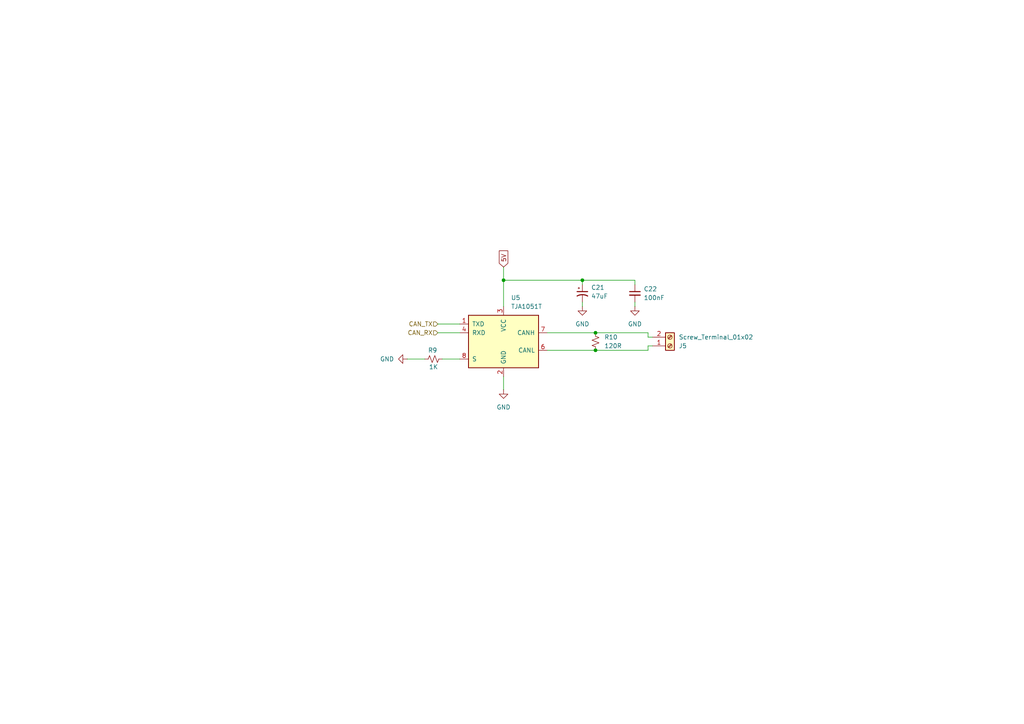
<source format=kicad_sch>
(kicad_sch (version 20250114) (generator "eeschema") (generator_version "9.0")
  (paper "A4")
  (lib_symbols
    (symbol "Connector:Screw_Terminal_01x02" (pin_names (offset 1.016) (hide yes))
      (property "Reference" "J" (at 0 2.54 0))
      (property "Value" "Screw_Terminal_01x02" (at 0 -5.08 0))
      (symbol "Screw_Terminal_01x02_1_1"
        (rectangle (start -1.27 1.27) (end 1.27 -3.81) (stroke (width 0.254)) (fill (type background)))
        (polyline (pts (xy -0.5334 0.3302) (xy 0.3302 -0.508)) (stroke (width 0.1524)))
        (polyline (pts (xy -0.5334 -2.2098) (xy 0.3302 -3.048)) (stroke (width 0.1524)))
        (polyline (pts (xy -0.3556 0.508) (xy 0.508 -0.3302)) (stroke (width 0.1524)))
        (polyline (pts (xy -0.3556 -2.032) (xy 0.508 -2.8702)) (stroke (width 0.1524)))
        (circle (center 0 0) (radius 0.635) (stroke (width 0.1524)))
        (circle (center 0 -2.54) (radius 0.635) (stroke (width 0.1524)))
        (pin passive line (at -5.08 0 0) (length 3.81) (name "Pin_1") (number "1"))
        (pin passive line (at -5.08 -2.54 0) (length 3.81) (name "Pin_2") (number "2"))
      )
    )
    (symbol "Device:C_Polarized_Small_US" (pin_numbers (hide yes)) (pin_names (offset 0.254) (hide yes))
      (property "Reference" "C" (at 0.254 1.778 0))
      (property "Value" "C_Polarized_Small_US" (at 0.254 -2.032 0))
      (symbol "C_Polarized_Small_US_0_1"
        (polyline (pts (xy -1.524 0.508) (xy 1.524 0.508)) (stroke (width 0.3048)))
        (polyline (pts (xy -1.27 1.524) (xy -0.762 1.524)))
        (polyline (pts (xy -1.016 1.27) (xy -1.016 1.778)))
        (arc (start -1.524 -0.762) (mid 0 -0.3734) (end 1.524 -0.762) (stroke (width 0.3048)))
      )
      (symbol "C_Polarized_Small_US_1_1"
        (pin passive line (at 0 2.54 270) (length 2.032) (name "~") (number "1"))
        (pin passive line (at 0 -2.54 90) (length 2.032) (name "~") (number "2"))
      )
    )
    (symbol "Device:C_Small" (pin_numbers (hide yes)) (pin_names (offset 0.254) (hide yes))
      (property "Reference" "C" (at 0.254 1.778 0))
      (property "Value" "C_Small" (at 0.254 -2.032 0))
      (symbol "C_Small_0_1"
        (polyline (pts (xy -1.524 0.508) (xy 1.524 0.508)) (stroke (width 0.3048)))
        (polyline (pts (xy -1.524 -0.508) (xy 1.524 -0.508)) (stroke (width 0.3302)))
      )
      (symbol "C_Small_1_1"
        (pin passive line (at 0 2.54 270) (length 2.032) (name "~") (number "1"))
        (pin passive line (at 0 -2.54 90) (length 2.032) (name "~") (number "2"))
      )
    )
    (symbol "Device:R_Small_US" (pin_numbers (hide yes)) (pin_names (offset 0.254) (hide yes))
      (property "Reference" "R" (at 0.762 0.508 0))
      (property "Value" "R_Small_US" (at 0.762 -1.016 0))
      (symbol "R_Small_US_1_1"
        (polyline (pts (xy 0 1.524) (xy 1.016 1.143) (xy 0 0.762) (xy -1.016 0.381) (xy 0 0)))
        (polyline (pts (xy 0 0) (xy 1.016 -0.381) (xy 0 -0.762) (xy -1.016 -1.143) (xy 0 -1.524)))
        (pin passive line (at 0 2.54 270) (length 1.016) (name "~") (number "1"))
        (pin passive line (at 0 -2.54 90) (length 1.016) (name "~") (number "2"))
      )
    )
    (symbol "Interface_CAN_LIN:TJA1051T" (pin_names (offset 1.016))
      (property "Reference" "U" (at -10.16 8.89 0))
      (property "Value" "TJA1051T" (at 1.27 8.89 0))
      (symbol "TJA1051T_0_1"
        (rectangle (start -10.16 7.62) (end 10.16 -7.62) (stroke (width 0.254)) (fill (type background)))
      )
      (symbol "TJA1051T_1_1"
        (pin input line (at -12.7 5.08 0) (length 2.54) (name "TXD") (number "1"))
        (pin output line (at -12.7 2.54 0) (length 2.54) (name "RXD") (number "4"))
        (pin input line (at -12.7 -5.08 0) (length 2.54) (name "S") (number "8"))
        (pin no_connect line (at -10.16 -2.54 0) (length 2.54) (hide yes) (name "NC") (number "5"))
        (pin power_in line (at 0 10.16 270) (length 2.54) (name "VCC") (number "3"))
        (pin power_in line (at 0 -10.16 90) (length 2.54) (name "GND") (number "2"))
        (pin bidirectional line (at 12.7 2.54 180) (length 2.54) (name "CANH") (number "7"))
        (pin bidirectional line (at 12.7 -2.54 180) (length 2.54) (name "CANL") (number "6"))
      )
    )
    (symbol "power:GND" (power) (pin_numbers (hide yes)) (pin_names (offset 0) (hide yes))
      (property "Value" "GND" (at 0 -3.81 0))
      (symbol "GND_0_1"
        (polyline (pts (xy 0 0) (xy 0 -1.27) (xy 1.27 -1.27) (xy 0 -2.54) (xy -1.27 -1.27) (xy 0 -1.27)))
      )
      (symbol "GND_1_1"
        (pin power_in line (at 0 0 270) (length 0) (name "~") (number "1"))
      )
    )
  )
  (junction (at 146.05 81.28))
  (junction (at 168.91 81.28))
  (junction (at 172.72 101.6))
  (junction (at 172.72 96.52))
  (wire (pts (xy 184.15 87.63) (xy 184.15 88.9)))
  (wire (pts (xy 127 96.52) (xy 133.35 96.52)))
  (wire (pts (xy 187.96 101.6) (xy 187.96 100.33)))
  (wire (pts (xy 168.91 82.55) (xy 168.91 81.28)))
  (wire (pts (xy 184.15 82.55) (xy 184.15 81.28)))
  (wire (pts (xy 158.75 101.6) (xy 172.72 101.6)))
  (wire (pts (xy 146.05 109.22) (xy 146.05 113.03)))
  (wire (pts (xy 187.96 100.33) (xy 189.23 100.33)))
  (wire (pts (xy 172.72 101.6) (xy 187.96 101.6)))
  (wire (pts (xy 158.75 96.52) (xy 172.72 96.52)))
  (wire (pts (xy 168.91 87.63) (xy 168.91 88.9)))
  (wire (pts (xy 127 93.98) (xy 133.35 93.98)))
  (wire (pts (xy 172.72 96.52) (xy 187.96 96.52)))
  (wire (pts (xy 146.05 81.28) (xy 146.05 88.9)))
  (wire (pts (xy 184.15 81.28) (xy 168.91 81.28)))
  (wire (pts (xy 118.11 104.14) (xy 123.19 104.14)))
  (wire (pts (xy 146.05 81.28) (xy 168.91 81.28)))
  (wire (pts (xy 146.05 77.47) (xy 146.05 81.28)))
  (wire (pts (xy 187.96 96.52) (xy 187.96 97.79)))
  (wire (pts (xy 128.27 104.14) (xy 133.35 104.14)))
  (wire (pts (xy 187.96 97.79) (xy 189.23 97.79)))
  (global_label "5V" (shape input) (at 146.05 77.47 90) (property "Intersheetrefs" "${INTERSHEET_REFS}" (effects (hide yes))))
  (hierarchical_label "CAN_RX" (shape input) (at 127 96.52 180))
  (hierarchical_label "CAN_TX" (shape input) (at 127 93.98 180))
  (symbol (lib_id "power:GND") (at 118.11 104.14 270) (unit 1)
    (property "Reference" "#PWR012" (effects (hide yes)))
    (property "Value" "GND" (at 114.3 104.1399 90) (effects (justify right)))
    (property "Description" "Power symbol creates a global label with name \"GND\" , ground" (effects (hide yes)))
  )
  (symbol (lib_id "Interface_CAN_LIN:TJA1051T") (at 146.05 99.06 0) (unit 1)
    (property "Reference" "U5" (at 148.1933 86.36 0) (effects (justify left)))
    (property "Value" "TJA1051T" (at 148.1933 88.9 0) (effects (justify left)))
    (property "Footprint" "Package_SO:SOIC-8_3.9x4.9mm_P1.27mm" (effects (hide yes)))
    (property "Datasheet" "http://www.nxp.com/docs/en/data-sheet/TJA1051.pdf" (effects (hide yes)))
    (property "Description" "High-Speed CAN Transceiver, silent mode, SOIC-8" (effects (hide yes)))
  )
  (symbol (lib_id "power:GND") (at 146.05 113.03 0) (unit 1)
    (property "Reference" "#PWR011" (effects (hide yes)))
    (property "Value" "GND" (at 146.05 118.11 0))
    (property "Description" "Power symbol creates a global label with name \"GND\" , ground" (effects (hide yes)))
  )
  (symbol (lib_id "Device:R_Small_US") (at 125.73 104.14 90) (unit 1)
    (property "Reference" "R9" (at 125.476 101.6 90))
    (property "Value" "1K" (at 125.73 106.426 90))
    (property "Footprint" "Resistor_SMD:R_0805_2012Metric_Pad1.20x1.40mm_HandSolder" (effects (hide yes)))
    (property "Description" "Resistor, small US symbol" (effects (hide yes)))
  )
  (symbol (lib_id "Connector:Screw_Terminal_01x02") (at 194.31 100.33 0) (mirror x) (unit 1)
    (property "Reference" "J5" (at 196.85 100.3301 0) (effects (justify left)))
    (property "Value" "Screw_Terminal_01x02" (at 196.85 97.7901 0) (effects (justify left)))
    (property "Footprint" "Connector_Phoenix_MC:PhoenixContact_MC_1,5_2-G-3.81_1x02_P3.81mm_Horizontal" (effects (hide yes)))
    (property "Description" "Generic screw terminal, single row, 01x02, script generated (kicad-library-utils/schlib/autogen/connector/)" (effects (hide yes)))
  )
  (symbol (lib_id "power:GND") (at 184.15 88.9 0) (unit 1)
    (property "Reference" "#PWR014" (effects (hide yes)))
    (property "Value" "GND" (at 184.15 93.98 0))
    (property "Description" "Power symbol creates a global label with name \"GND\" , ground" (effects (hide yes)))
  )
  (symbol (lib_id "Device:C_Small") (at 184.15 85.09 0) (unit 1)
    (property "Reference" "C22" (at 186.69 83.8262 0) (effects (justify left)))
    (property "Value" "100nF" (at 186.69 86.3662 0) (effects (justify left)))
    (property "Footprint" "Capacitor_SMD:C_0805_2012Metric_Pad1.18x1.45mm_HandSolder" (effects (hide yes)))
    (property "Description" "Unpolarized capacitor, small symbol" (effects (hide yes)))
  )
  (symbol (lib_id "Device:C_Polarized_Small_US") (at 168.91 85.09 0) (unit 1)
    (property "Reference" "C21" (at 171.45 83.3881 0) (effects (justify left)))
    (property "Value" "47uF" (at 171.45 85.9281 0) (effects (justify left)))
    (property "Footprint" "Capacitor_Tantalum_SMD:CP_EIA-3528-21_Kemet-B_HandSolder" (effects (hide yes)))
    (property "Description" "Polarized capacitor, small US symbol" (effects (hide yes)))
  )
  (symbol (lib_id "power:GND") (at 168.91 88.9 0) (unit 1)
    (property "Reference" "#PWR013" (effects (hide yes)))
    (property "Value" "GND" (at 168.91 93.98 0))
    (property "Description" "Power symbol creates a global label with name \"GND\" , ground" (effects (hide yes)))
  )
  (symbol (lib_id "Device:R_Small_US") (at 172.72 99.06 0) (unit 1)
    (property "Reference" "R10" (at 175.26 97.7899 0) (effects (justify left)))
    (property "Value" "120R" (at 175.26 100.3299 0) (effects (justify left)))
    (property "Footprint" "Resistor_SMD:R_0805_2012Metric_Pad1.20x1.40mm_HandSolder" (effects (hide yes)))
    (property "Description" "Resistor, small US symbol" (effects (hide yes)))
  )
)
</source>
